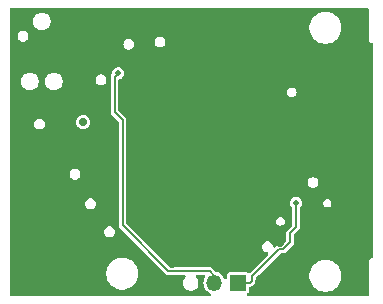
<source format=gbr>
%TF.GenerationSoftware,KiCad,Pcbnew,8.0.3*%
%TF.CreationDate,2024-07-28T18:35:34+02:00*%
%TF.ProjectId,BLESEN,424c4553-454e-42e6-9b69-6361645f7063,rev?*%
%TF.SameCoordinates,Original*%
%TF.FileFunction,Copper,L3,Inr*%
%TF.FilePolarity,Positive*%
%FSLAX46Y46*%
G04 Gerber Fmt 4.6, Leading zero omitted, Abs format (unit mm)*
G04 Created by KiCad (PCBNEW 8.0.3) date 2024-07-28 18:35:34*
%MOMM*%
%LPD*%
G01*
G04 APERTURE LIST*
%TA.AperFunction,ComponentPad*%
%ADD10R,1.350000X1.350000*%
%TD*%
%TA.AperFunction,ComponentPad*%
%ADD11O,1.350000X1.350000*%
%TD*%
%TA.AperFunction,ComponentPad*%
%ADD12R,0.500000X0.900000*%
%TD*%
%TA.AperFunction,ViaPad*%
%ADD13C,0.700000*%
%TD*%
%TA.AperFunction,ViaPad*%
%ADD14C,0.500000*%
%TD*%
%TA.AperFunction,Conductor*%
%ADD15C,0.150000*%
%TD*%
G04 APERTURE END LIST*
D10*
%TO.N,/UART_TX*%
%TO.C,J3*%
X147600000Y-100600000D03*
D11*
%TO.N,/UART_RX*%
X145600000Y-100600000D03*
%TO.N,GND*%
X141600000Y-100600000D03*
%TD*%
D12*
%TO.N,GND*%
%TO.C,AE1*%
X158820000Y-82800000D03*
%TD*%
D13*
%TO.N,+3.3V*%
X134500000Y-87000000D03*
%TO.N,GND*%
X148875000Y-90325000D03*
D14*
X145200000Y-89800000D03*
D13*
X140160000Y-96600000D03*
X158000000Y-79000000D03*
D14*
X141963000Y-86719400D03*
X145200000Y-87600000D03*
D13*
X129400000Y-96000000D03*
X135600000Y-91800000D03*
X130200000Y-93000000D03*
D14*
X146413000Y-91169400D03*
D13*
X158000000Y-93000000D03*
X146800000Y-99200000D03*
X149375000Y-100500000D03*
D14*
X148975000Y-83675000D03*
D13*
X158000000Y-81000000D03*
X158300000Y-86075000D03*
X158000000Y-78000000D03*
X158000000Y-83000000D03*
X131000000Y-101000000D03*
X134600000Y-82600000D03*
D14*
X143200000Y-89800000D03*
D13*
X155500000Y-83650000D03*
X152700000Y-96800000D03*
X129800000Y-85600000D03*
X132775000Y-96900000D03*
X129800000Y-88400000D03*
X158000000Y-89000000D03*
X142000000Y-99000000D03*
X158000000Y-101000000D03*
X144400000Y-96750000D03*
X139200000Y-84050000D03*
X139200000Y-83100000D03*
X139250000Y-94750000D03*
X139800000Y-99600000D03*
X153250000Y-98650000D03*
D14*
X152950000Y-81425000D03*
D13*
X138550000Y-88180000D03*
X148600000Y-96400000D03*
X158000000Y-99000000D03*
X135000000Y-101000000D03*
X140400000Y-79000000D03*
D14*
X146363000Y-88869400D03*
D13*
X135200000Y-78000000D03*
X158000000Y-91000000D03*
X153820000Y-85920000D03*
D14*
X149400000Y-86750000D03*
D13*
X158000000Y-94000000D03*
X136200000Y-85400000D03*
X133000000Y-78000000D03*
X158000000Y-87000000D03*
X138800000Y-78000000D03*
X153000000Y-79100000D03*
X132375000Y-94050000D03*
X150175000Y-80025000D03*
X157000000Y-101000000D03*
D14*
X146313000Y-86719400D03*
D13*
X158000000Y-98000000D03*
X142000000Y-78000000D03*
X154875000Y-98175000D03*
X158000000Y-100000000D03*
X151200000Y-97200000D03*
X158000000Y-84000000D03*
X136000000Y-80200000D03*
D14*
X144063000Y-91119400D03*
D13*
X158000000Y-82000000D03*
D14*
X152875000Y-92875000D03*
D13*
X148125000Y-78575000D03*
X153000000Y-83000000D03*
X144400000Y-98600000D03*
X146550000Y-80100000D03*
D14*
X153575000Y-94500000D03*
D13*
X147940000Y-95090000D03*
X158000000Y-92000000D03*
X158000000Y-95000000D03*
X129800000Y-90600000D03*
D14*
X141913000Y-88919400D03*
D13*
X157000000Y-78000000D03*
X153450000Y-90050000D03*
X158000000Y-90000000D03*
X158000000Y-88000000D03*
X129400000Y-99200000D03*
D14*
X141963000Y-91169400D03*
D13*
X158000000Y-80000000D03*
X145000000Y-78000000D03*
D14*
X144113000Y-86719400D03*
D13*
X158000000Y-97000000D03*
X155025000Y-81800000D03*
D14*
X143200000Y-87600000D03*
D13*
X129000000Y-78000000D03*
X146925000Y-82325000D03*
X137000000Y-79000000D03*
X158000000Y-96000000D03*
X152000000Y-91000000D03*
X151000000Y-78000000D03*
X140413000Y-94569400D03*
D14*
X150800000Y-84500000D03*
X151600000Y-83400000D03*
X156425000Y-80725000D03*
%TO.N,/UART_TX*%
X152525000Y-93825000D03*
%TO.N,/UART_RX*%
X137450000Y-82850000D03*
%TD*%
D15*
%TO.N,/UART_TX*%
X148800000Y-100000000D02*
X148800000Y-100400000D01*
X148800000Y-100400000D02*
X148600000Y-100600000D01*
X151048000Y-97752000D02*
X148800000Y-100000000D01*
X151428646Y-97752000D02*
X151048000Y-97752000D01*
X152000000Y-97180646D02*
X151428646Y-97752000D01*
X152525000Y-93825000D02*
X152525000Y-95875000D01*
X152000000Y-96400000D02*
X152000000Y-97180646D01*
X152525000Y-95875000D02*
X152000000Y-96400000D01*
X148600000Y-100600000D02*
X147600000Y-100600000D01*
%TO.N,/UART_RX*%
X137150000Y-83150000D02*
X137150000Y-86150000D01*
X137150000Y-86150000D02*
X137825000Y-86825000D01*
X137450000Y-82850000D02*
X137150000Y-83150000D01*
X145200000Y-99600000D02*
X145600000Y-100000000D01*
X137825000Y-86825000D02*
X137825000Y-95725000D01*
X137825000Y-95725000D02*
X141700000Y-99600000D01*
X145600000Y-100000000D02*
X145600000Y-100600000D01*
X141700000Y-99600000D02*
X145200000Y-99600000D01*
%TD*%
%TA.AperFunction,Conductor*%
%TO.N,GND*%
G36*
X158642539Y-77320185D02*
G01*
X158688294Y-77372989D01*
X158699500Y-77424500D01*
X158699500Y-78960438D01*
X158699500Y-80039562D01*
X158707827Y-80070637D01*
X158719979Y-80115990D01*
X158719982Y-80115995D01*
X158759535Y-80184504D01*
X158759539Y-80184509D01*
X158759540Y-80184511D01*
X158815489Y-80240460D01*
X158815491Y-80240461D01*
X158815495Y-80240464D01*
X158867757Y-80270637D01*
X158884011Y-80280021D01*
X158960438Y-80300500D01*
X158960441Y-80300500D01*
X158962185Y-80300730D01*
X158963547Y-80301332D01*
X158968288Y-80302603D01*
X158968089Y-80303342D01*
X159026082Y-80328997D01*
X159064553Y-80387321D01*
X159070000Y-80423669D01*
X159070000Y-95769314D01*
X159069992Y-95770707D01*
X159040625Y-98384256D01*
X159020189Y-98451070D01*
X158966874Y-98496229D01*
X158948728Y-98502637D01*
X158884015Y-98519977D01*
X158884004Y-98519982D01*
X158815495Y-98559535D01*
X158815487Y-98559541D01*
X158759541Y-98615487D01*
X158759535Y-98615495D01*
X158719982Y-98684004D01*
X158719979Y-98684009D01*
X158706326Y-98734962D01*
X158703708Y-98744736D01*
X158699500Y-98760439D01*
X158699500Y-101575500D01*
X158679815Y-101642539D01*
X158627011Y-101688294D01*
X158575500Y-101699500D01*
X148499353Y-101699500D01*
X148432314Y-101679815D01*
X148386559Y-101627011D01*
X148376615Y-101557853D01*
X148405640Y-101494297D01*
X148430462Y-101472398D01*
X148455601Y-101455601D01*
X148510966Y-101372740D01*
X148525500Y-101299674D01*
X148525500Y-101049500D01*
X148545185Y-100982461D01*
X148597989Y-100936706D01*
X148635066Y-100928639D01*
X148634793Y-100926561D01*
X148642844Y-100925500D01*
X148642853Y-100925500D01*
X148725639Y-100903318D01*
X148799862Y-100860465D01*
X148999860Y-100660466D01*
X148999862Y-100660465D01*
X149060465Y-100599862D01*
X149100850Y-100529913D01*
X149103318Y-100525639D01*
X149125501Y-100442853D01*
X149125501Y-100357147D01*
X149125501Y-100349552D01*
X149125500Y-100349534D01*
X149125500Y-100186189D01*
X149145185Y-100119150D01*
X149161819Y-100098508D01*
X149366928Y-99893399D01*
X153645500Y-99893399D01*
X153645500Y-100106601D01*
X153649971Y-100134827D01*
X153678853Y-100317180D01*
X153678853Y-100317183D01*
X153744734Y-100519944D01*
X153744736Y-100519947D01*
X153841528Y-100709913D01*
X153966846Y-100882397D01*
X154117603Y-101033154D01*
X154290087Y-101158472D01*
X154480053Y-101255264D01*
X154480055Y-101255265D01*
X154616746Y-101299678D01*
X154682821Y-101321147D01*
X154893399Y-101354500D01*
X154893400Y-101354500D01*
X155106600Y-101354500D01*
X155106601Y-101354500D01*
X155317179Y-101321147D01*
X155317182Y-101321146D01*
X155317183Y-101321146D01*
X155519944Y-101255265D01*
X155519944Y-101255264D01*
X155519947Y-101255264D01*
X155709913Y-101158472D01*
X155882397Y-101033154D01*
X156033154Y-100882397D01*
X156158472Y-100709913D01*
X156255264Y-100519947D01*
X156280314Y-100442851D01*
X156321146Y-100317183D01*
X156321146Y-100317182D01*
X156321147Y-100317179D01*
X156354500Y-100106601D01*
X156354500Y-99893399D01*
X156321147Y-99682821D01*
X156321146Y-99682817D01*
X156321146Y-99682816D01*
X156255265Y-99480055D01*
X156255263Y-99480052D01*
X156183668Y-99339537D01*
X156158472Y-99290087D01*
X156033154Y-99117603D01*
X155882397Y-98966846D01*
X155709913Y-98841528D01*
X155519947Y-98744736D01*
X155519944Y-98744734D01*
X155317181Y-98678853D01*
X155176793Y-98656617D01*
X155106601Y-98645500D01*
X154893399Y-98645500D01*
X154823206Y-98656617D01*
X154682819Y-98678853D01*
X154682816Y-98678853D01*
X154480055Y-98744734D01*
X154480052Y-98744736D01*
X154290086Y-98841528D01*
X154117601Y-98966847D01*
X153966847Y-99117601D01*
X153841528Y-99290086D01*
X153744736Y-99480052D01*
X153744734Y-99480055D01*
X153678853Y-99682816D01*
X153678853Y-99682819D01*
X153653342Y-99843890D01*
X153645500Y-99893399D01*
X149366928Y-99893399D01*
X151146508Y-98113819D01*
X151207831Y-98080334D01*
X151234189Y-98077500D01*
X151471497Y-98077500D01*
X151471499Y-98077500D01*
X151554285Y-98055318D01*
X151628508Y-98012465D01*
X152189655Y-97451315D01*
X152189660Y-97451312D01*
X152199860Y-97441111D01*
X152199862Y-97441111D01*
X152260465Y-97380508D01*
X152303318Y-97306284D01*
X152304531Y-97301757D01*
X152304533Y-97301757D01*
X152304533Y-97301745D01*
X152325501Y-97223498D01*
X152325501Y-97137793D01*
X152325501Y-97130198D01*
X152325500Y-97130180D01*
X152325500Y-96586189D01*
X152345185Y-96519150D01*
X152361819Y-96498508D01*
X152503180Y-96357147D01*
X152785465Y-96074862D01*
X152828318Y-96000639D01*
X152850500Y-95917853D01*
X152850500Y-95832147D01*
X152850500Y-94259887D01*
X152870185Y-94192848D01*
X152880782Y-94178689D01*
X152950377Y-94098373D01*
X153010165Y-93967457D01*
X153027053Y-93849997D01*
X154791081Y-93849997D01*
X154791081Y-93850002D01*
X154808646Y-93960909D01*
X154859626Y-94060965D01*
X154939034Y-94140373D01*
X155039090Y-94191353D01*
X155149998Y-94208919D01*
X155150000Y-94208919D01*
X155150002Y-94208919D01*
X155260909Y-94191353D01*
X155260910Y-94191352D01*
X155260912Y-94191352D01*
X155360967Y-94140372D01*
X155440372Y-94060967D01*
X155491352Y-93960912D01*
X155491352Y-93960910D01*
X155491353Y-93960909D01*
X155508919Y-93850002D01*
X155508919Y-93849997D01*
X155491353Y-93739090D01*
X155440373Y-93639034D01*
X155360965Y-93559626D01*
X155260909Y-93508646D01*
X155150002Y-93491081D01*
X155149998Y-93491081D01*
X155039090Y-93508646D01*
X154939034Y-93559626D01*
X154859626Y-93639034D01*
X154808646Y-93739090D01*
X154791081Y-93849997D01*
X153027053Y-93849997D01*
X153030647Y-93825000D01*
X153010165Y-93682543D01*
X152950377Y-93551627D01*
X152856128Y-93442857D01*
X152735053Y-93365047D01*
X152735051Y-93365046D01*
X152735049Y-93365045D01*
X152735050Y-93365045D01*
X152596963Y-93324500D01*
X152596961Y-93324500D01*
X152453039Y-93324500D01*
X152453036Y-93324500D01*
X152314949Y-93365045D01*
X152193873Y-93442856D01*
X152099623Y-93551626D01*
X152099622Y-93551628D01*
X152039834Y-93682543D01*
X152019353Y-93825000D01*
X152039834Y-93967456D01*
X152082539Y-94060965D01*
X152099623Y-94098373D01*
X152169213Y-94178685D01*
X152198238Y-94242240D01*
X152199500Y-94259887D01*
X152199500Y-95688811D01*
X152179815Y-95755850D01*
X152163181Y-95776492D01*
X151739537Y-96200135D01*
X151739533Y-96200141D01*
X151696681Y-96274361D01*
X151696682Y-96274362D01*
X151674500Y-96357147D01*
X151674500Y-96994457D01*
X151654815Y-97061496D01*
X151638181Y-97082138D01*
X151330138Y-97390181D01*
X151268815Y-97423666D01*
X151242457Y-97426500D01*
X151005147Y-97426500D01*
X150922359Y-97448682D01*
X150848138Y-97491534D01*
X150763313Y-97576360D01*
X150701989Y-97609844D01*
X150632298Y-97604860D01*
X150576364Y-97562988D01*
X150552894Y-97506325D01*
X150550767Y-97491534D01*
X150540574Y-97420636D01*
X150540573Y-97420632D01*
X150505600Y-97344054D01*
X150486282Y-97301752D01*
X150400695Y-97202979D01*
X150290748Y-97132321D01*
X150290746Y-97132320D01*
X150290744Y-97132319D01*
X150165348Y-97095500D01*
X150165347Y-97095500D01*
X150034653Y-97095500D01*
X150034652Y-97095500D01*
X149909255Y-97132319D01*
X149799306Y-97202978D01*
X149713719Y-97301750D01*
X149713717Y-97301753D01*
X149659426Y-97420632D01*
X149659425Y-97420637D01*
X149640826Y-97550000D01*
X149659425Y-97679362D01*
X149659426Y-97679367D01*
X149713717Y-97798246D01*
X149713718Y-97798248D01*
X149799305Y-97897021D01*
X149909252Y-97967679D01*
X149909254Y-97967679D01*
X149909255Y-97967680D01*
X150034652Y-98004500D01*
X150035811Y-98004500D01*
X150036922Y-98004826D01*
X150043430Y-98005762D01*
X150043295Y-98006697D01*
X150102850Y-98024185D01*
X150148605Y-98076989D01*
X150158549Y-98146147D01*
X150129524Y-98209703D01*
X150123492Y-98216181D01*
X148611286Y-99728385D01*
X148549963Y-99761870D01*
X148480271Y-99756886D01*
X148454715Y-99743807D01*
X148372739Y-99689033D01*
X148372735Y-99689032D01*
X148299677Y-99674500D01*
X148299674Y-99674500D01*
X146900326Y-99674500D01*
X146900323Y-99674500D01*
X146827264Y-99689032D01*
X146827260Y-99689033D01*
X146744399Y-99744399D01*
X146689033Y-99827260D01*
X146689032Y-99827264D01*
X146674500Y-99900321D01*
X146674500Y-100147312D01*
X146654815Y-100214351D01*
X146602011Y-100260106D01*
X146532853Y-100270050D01*
X146469297Y-100241025D01*
X146443113Y-100209312D01*
X146361033Y-100067147D01*
X146352870Y-100053008D01*
X146222697Y-99908435D01*
X146222694Y-99908433D01*
X146222693Y-99908432D01*
X146222692Y-99908431D01*
X146133859Y-99843890D01*
X146065297Y-99794076D01*
X145887571Y-99714949D01*
X145780889Y-99692272D01*
X145719407Y-99659079D01*
X145718990Y-99658663D01*
X145399864Y-99339537D01*
X145399862Y-99339535D01*
X145362750Y-99318108D01*
X145325640Y-99296682D01*
X145284246Y-99285591D01*
X145242853Y-99274500D01*
X145242852Y-99274500D01*
X141886188Y-99274500D01*
X141819149Y-99254815D01*
X141798507Y-99238181D01*
X138186819Y-95626492D01*
X138153334Y-95565169D01*
X138150500Y-95538811D01*
X138150500Y-95399997D01*
X150841081Y-95399997D01*
X150841081Y-95400002D01*
X150858646Y-95510909D01*
X150909626Y-95610965D01*
X150989034Y-95690373D01*
X151089090Y-95741353D01*
X151199998Y-95758919D01*
X151200000Y-95758919D01*
X151200002Y-95758919D01*
X151310909Y-95741353D01*
X151310910Y-95741352D01*
X151310912Y-95741352D01*
X151410967Y-95690372D01*
X151490372Y-95610967D01*
X151541352Y-95510912D01*
X151541352Y-95510910D01*
X151541353Y-95510909D01*
X151558919Y-95400002D01*
X151558919Y-95399997D01*
X151541353Y-95289090D01*
X151490373Y-95189034D01*
X151410965Y-95109626D01*
X151310909Y-95058646D01*
X151200002Y-95041081D01*
X151199998Y-95041081D01*
X151089090Y-95058646D01*
X150989034Y-95109626D01*
X150909626Y-95189034D01*
X150858646Y-95289090D01*
X150841081Y-95399997D01*
X138150500Y-95399997D01*
X138150500Y-92100000D01*
X153490826Y-92100000D01*
X153509425Y-92229362D01*
X153509426Y-92229367D01*
X153563717Y-92348246D01*
X153563718Y-92348248D01*
X153649305Y-92447021D01*
X153759252Y-92517679D01*
X153759254Y-92517679D01*
X153759255Y-92517680D01*
X153884652Y-92554500D01*
X153884653Y-92554500D01*
X154015347Y-92554500D01*
X154140748Y-92517679D01*
X154250695Y-92447021D01*
X154336282Y-92348248D01*
X154390574Y-92229364D01*
X154409174Y-92100000D01*
X154390574Y-91970636D01*
X154390573Y-91970635D01*
X154390573Y-91970632D01*
X154336282Y-91851753D01*
X154336282Y-91851752D01*
X154250695Y-91752979D01*
X154140748Y-91682321D01*
X154140746Y-91682320D01*
X154140744Y-91682319D01*
X154015348Y-91645500D01*
X154015347Y-91645500D01*
X153884653Y-91645500D01*
X153884652Y-91645500D01*
X153759255Y-91682319D01*
X153649306Y-91752978D01*
X153563719Y-91851750D01*
X153563717Y-91851753D01*
X153509426Y-91970632D01*
X153509425Y-91970637D01*
X153490826Y-92100000D01*
X138150500Y-92100000D01*
X138150500Y-86782149D01*
X138150500Y-86782147D01*
X138128318Y-86699362D01*
X138128318Y-86699361D01*
X138085465Y-86625138D01*
X137511819Y-86051492D01*
X137478334Y-85990169D01*
X137475500Y-85963811D01*
X137475500Y-84449996D01*
X151740458Y-84449996D01*
X151740458Y-84450003D01*
X151760500Y-84576551D01*
X151760501Y-84576554D01*
X151760502Y-84576555D01*
X151818674Y-84690723D01*
X151818676Y-84690725D01*
X151818678Y-84690728D01*
X151909271Y-84781321D01*
X151909273Y-84781322D01*
X151909277Y-84781326D01*
X152023445Y-84839498D01*
X152023446Y-84839498D01*
X152023448Y-84839499D01*
X152149997Y-84859542D01*
X152150000Y-84859542D01*
X152150003Y-84859542D01*
X152276551Y-84839499D01*
X152276552Y-84839498D01*
X152276555Y-84839498D01*
X152390723Y-84781326D01*
X152481326Y-84690723D01*
X152539498Y-84576555D01*
X152559542Y-84450000D01*
X152559542Y-84449996D01*
X152539499Y-84323448D01*
X152539498Y-84323446D01*
X152539498Y-84323445D01*
X152481326Y-84209277D01*
X152481322Y-84209273D01*
X152481321Y-84209271D01*
X152390728Y-84118678D01*
X152390725Y-84118676D01*
X152390723Y-84118674D01*
X152276555Y-84060502D01*
X152276554Y-84060501D01*
X152276551Y-84060500D01*
X152150003Y-84040458D01*
X152149997Y-84040458D01*
X152023448Y-84060500D01*
X151967493Y-84089011D01*
X151909277Y-84118674D01*
X151909276Y-84118675D01*
X151909271Y-84118678D01*
X151818678Y-84209271D01*
X151818675Y-84209276D01*
X151760500Y-84323448D01*
X151740458Y-84449996D01*
X137475500Y-84449996D01*
X137475500Y-83456967D01*
X137495185Y-83389928D01*
X137547989Y-83344173D01*
X137564555Y-83337993D01*
X137660053Y-83309953D01*
X137781128Y-83232143D01*
X137875377Y-83123373D01*
X137935165Y-82992457D01*
X137955647Y-82850000D01*
X137935165Y-82707543D01*
X137875377Y-82576627D01*
X137781128Y-82467857D01*
X137660053Y-82390047D01*
X137660051Y-82390046D01*
X137660049Y-82390045D01*
X137660050Y-82390045D01*
X137521963Y-82349500D01*
X137521961Y-82349500D01*
X137378039Y-82349500D01*
X137378036Y-82349500D01*
X137239949Y-82390045D01*
X137118873Y-82467856D01*
X137024623Y-82576626D01*
X137024622Y-82576628D01*
X136964834Y-82707543D01*
X136943091Y-82858778D01*
X136940125Y-82858351D01*
X136924668Y-82910995D01*
X136908036Y-82931635D01*
X136889536Y-82950135D01*
X136846681Y-83024361D01*
X136846682Y-83024362D01*
X136824500Y-83107147D01*
X136824500Y-86192852D01*
X136846682Y-86275640D01*
X136868108Y-86312750D01*
X136889535Y-86349862D01*
X136889537Y-86349864D01*
X137463181Y-86923508D01*
X137496666Y-86984831D01*
X137499500Y-87011189D01*
X137499500Y-95682147D01*
X137499500Y-95767853D01*
X137500265Y-95770707D01*
X137521682Y-95850640D01*
X137543108Y-95887750D01*
X137564535Y-95924862D01*
X137564536Y-95924863D01*
X137564537Y-95924864D01*
X141435194Y-99795520D01*
X141435204Y-99795531D01*
X141439534Y-99799861D01*
X141439535Y-99799862D01*
X141500138Y-99860465D01*
X141557182Y-99893399D01*
X141574362Y-99903318D01*
X141657148Y-99925501D01*
X141657150Y-99925501D01*
X141750449Y-99925501D01*
X141750465Y-99925500D01*
X143049534Y-99925500D01*
X143116573Y-99945185D01*
X143162328Y-99997989D01*
X143172272Y-100067147D01*
X143143247Y-100130703D01*
X143137215Y-100137181D01*
X143091619Y-100182776D01*
X143091616Y-100182780D01*
X143019987Y-100289980D01*
X143019986Y-100289982D01*
X142970652Y-100409087D01*
X142970649Y-100409096D01*
X142945500Y-100535532D01*
X142945500Y-100664467D01*
X142970649Y-100790903D01*
X142970652Y-100790912D01*
X143019986Y-100910017D01*
X143019987Y-100910019D01*
X143091616Y-101017219D01*
X143091619Y-101017223D01*
X143182776Y-101108380D01*
X143182780Y-101108383D01*
X143289978Y-101180011D01*
X143289979Y-101180011D01*
X143289980Y-101180012D01*
X143289982Y-101180013D01*
X143369385Y-101212902D01*
X143409089Y-101229348D01*
X143409091Y-101229348D01*
X143409096Y-101229350D01*
X143535532Y-101254499D01*
X143535536Y-101254500D01*
X143535537Y-101254500D01*
X143664464Y-101254500D01*
X143664465Y-101254499D01*
X143706612Y-101246116D01*
X143790903Y-101229350D01*
X143790906Y-101229348D01*
X143790911Y-101229348D01*
X143910022Y-101180011D01*
X144017220Y-101108383D01*
X144108383Y-101017220D01*
X144180011Y-100910022D01*
X144229348Y-100790911D01*
X144254500Y-100664463D01*
X144254500Y-100535537D01*
X144251398Y-100519944D01*
X144229350Y-100409096D01*
X144229347Y-100409087D01*
X144180013Y-100289982D01*
X144180012Y-100289980D01*
X144108383Y-100182780D01*
X144108380Y-100182776D01*
X144062785Y-100137181D01*
X144029300Y-100075858D01*
X144034284Y-100006166D01*
X144076156Y-99950233D01*
X144141620Y-99925816D01*
X144150466Y-99925500D01*
X144705972Y-99925500D01*
X144773011Y-99945185D01*
X144818766Y-99997989D01*
X144828710Y-100067147D01*
X144813359Y-100111500D01*
X144749857Y-100221488D01*
X144749856Y-100221489D01*
X144689738Y-100406516D01*
X144669402Y-100600000D01*
X144689738Y-100793483D01*
X144749856Y-100978510D01*
X144749857Y-100978511D01*
X144824837Y-101108380D01*
X144847130Y-101146992D01*
X144892476Y-101197354D01*
X144977302Y-101291564D01*
X144977305Y-101291566D01*
X144977308Y-101291569D01*
X145018019Y-101321147D01*
X145134702Y-101405923D01*
X145217501Y-101442786D01*
X145261150Y-101462220D01*
X145314387Y-101507470D01*
X145334709Y-101574319D01*
X145315664Y-101641543D01*
X145263299Y-101687799D01*
X145210715Y-101699500D01*
X128424500Y-101699500D01*
X128357461Y-101679815D01*
X128311706Y-101627011D01*
X128300500Y-101575500D01*
X128300500Y-99713399D01*
X136445500Y-99713399D01*
X136445500Y-99926601D01*
X136449243Y-99950233D01*
X136478853Y-100137180D01*
X136478853Y-100137181D01*
X136544734Y-100339944D01*
X136544736Y-100339947D01*
X136641528Y-100529913D01*
X136766846Y-100702397D01*
X136917603Y-100853154D01*
X137090087Y-100978472D01*
X137280053Y-101075264D01*
X137280055Y-101075265D01*
X137381974Y-101108380D01*
X137482821Y-101141147D01*
X137693399Y-101174500D01*
X137693400Y-101174500D01*
X137906600Y-101174500D01*
X137906601Y-101174500D01*
X138117179Y-101141147D01*
X138117182Y-101141146D01*
X138117183Y-101141146D01*
X138319944Y-101075265D01*
X138319944Y-101075264D01*
X138319947Y-101075264D01*
X138509913Y-100978472D01*
X138682397Y-100853154D01*
X138833154Y-100702397D01*
X138958472Y-100529913D01*
X139055264Y-100339947D01*
X139055265Y-100339944D01*
X139121147Y-100137181D01*
X139121146Y-100137180D01*
X139121147Y-100137179D01*
X139154500Y-99926601D01*
X139154500Y-99713399D01*
X139121147Y-99502821D01*
X139121146Y-99502817D01*
X139121146Y-99502816D01*
X139055265Y-99300055D01*
X139055263Y-99300052D01*
X139050186Y-99290086D01*
X138958472Y-99110087D01*
X138833154Y-98937603D01*
X138682397Y-98786846D01*
X138509913Y-98661528D01*
X138319947Y-98564736D01*
X138319944Y-98564734D01*
X138117181Y-98498853D01*
X137976793Y-98476617D01*
X137906601Y-98465500D01*
X137693399Y-98465500D01*
X137623206Y-98476617D01*
X137482819Y-98498853D01*
X137482816Y-98498853D01*
X137280055Y-98564734D01*
X137280052Y-98564736D01*
X137090086Y-98661528D01*
X136917601Y-98786847D01*
X136766847Y-98937601D01*
X136641528Y-99110086D01*
X136544736Y-99300052D01*
X136544734Y-99300055D01*
X136478853Y-99502816D01*
X136478853Y-99502819D01*
X136450343Y-99682821D01*
X136445500Y-99713399D01*
X128300500Y-99713399D01*
X128300500Y-96275000D01*
X136265826Y-96275000D01*
X136284425Y-96404362D01*
X136284426Y-96404367D01*
X136338717Y-96523246D01*
X136338718Y-96523248D01*
X136424305Y-96622021D01*
X136534252Y-96692679D01*
X136534254Y-96692679D01*
X136534255Y-96692680D01*
X136659652Y-96729500D01*
X136659653Y-96729500D01*
X136790347Y-96729500D01*
X136915748Y-96692679D01*
X137025695Y-96622021D01*
X137111282Y-96523248D01*
X137165574Y-96404364D01*
X137184174Y-96275000D01*
X137165574Y-96145636D01*
X137165573Y-96145635D01*
X137165573Y-96145632D01*
X137111282Y-96026753D01*
X137111282Y-96026752D01*
X137025695Y-95927979D01*
X136915748Y-95857321D01*
X136915746Y-95857320D01*
X136915744Y-95857319D01*
X136790348Y-95820500D01*
X136790347Y-95820500D01*
X136659653Y-95820500D01*
X136659652Y-95820500D01*
X136534255Y-95857319D01*
X136424306Y-95927978D01*
X136338719Y-96026750D01*
X136338717Y-96026753D01*
X136284426Y-96145632D01*
X136284425Y-96145637D01*
X136265826Y-96275000D01*
X128300500Y-96275000D01*
X128300500Y-93900000D01*
X134640826Y-93900000D01*
X134659425Y-94029362D01*
X134659426Y-94029367D01*
X134713717Y-94148246D01*
X134713718Y-94148248D01*
X134799305Y-94247021D01*
X134909252Y-94317679D01*
X134909254Y-94317679D01*
X134909255Y-94317680D01*
X135034652Y-94354500D01*
X135034653Y-94354500D01*
X135165347Y-94354500D01*
X135290748Y-94317679D01*
X135400695Y-94247021D01*
X135486282Y-94148248D01*
X135540574Y-94029364D01*
X135559174Y-93900000D01*
X135540574Y-93770636D01*
X135540573Y-93770635D01*
X135540573Y-93770632D01*
X135486282Y-93651753D01*
X135486282Y-93651752D01*
X135400695Y-93552979D01*
X135290748Y-93482321D01*
X135290746Y-93482320D01*
X135290744Y-93482319D01*
X135165348Y-93445500D01*
X135165347Y-93445500D01*
X135034653Y-93445500D01*
X135034652Y-93445500D01*
X134909255Y-93482319D01*
X134799306Y-93552978D01*
X134713719Y-93651750D01*
X134713717Y-93651753D01*
X134659426Y-93770632D01*
X134659425Y-93770637D01*
X134640826Y-93900000D01*
X128300500Y-93900000D01*
X128300500Y-91400000D01*
X133340826Y-91400000D01*
X133359425Y-91529362D01*
X133359426Y-91529367D01*
X133412463Y-91645500D01*
X133413718Y-91648248D01*
X133499305Y-91747021D01*
X133609252Y-91817679D01*
X133609254Y-91817679D01*
X133609255Y-91817680D01*
X133734652Y-91854500D01*
X133734653Y-91854500D01*
X133865347Y-91854500D01*
X133990748Y-91817679D01*
X134100695Y-91747021D01*
X134186282Y-91648248D01*
X134240574Y-91529364D01*
X134259174Y-91400000D01*
X134240574Y-91270636D01*
X134240573Y-91270635D01*
X134240573Y-91270632D01*
X134186282Y-91151753D01*
X134186282Y-91151752D01*
X134100695Y-91052979D01*
X133990748Y-90982321D01*
X133990746Y-90982320D01*
X133990744Y-90982319D01*
X133865348Y-90945500D01*
X133865347Y-90945500D01*
X133734653Y-90945500D01*
X133734652Y-90945500D01*
X133609255Y-90982319D01*
X133499306Y-91052978D01*
X133413719Y-91151750D01*
X133413717Y-91151753D01*
X133359426Y-91270632D01*
X133359425Y-91270637D01*
X133340826Y-91400000D01*
X128300500Y-91400000D01*
X128300500Y-87150000D01*
X130340826Y-87150000D01*
X130359425Y-87279362D01*
X130359426Y-87279367D01*
X130413717Y-87398246D01*
X130413718Y-87398248D01*
X130499305Y-87497021D01*
X130609252Y-87567679D01*
X130609254Y-87567679D01*
X130609255Y-87567680D01*
X130734652Y-87604500D01*
X130734653Y-87604500D01*
X130865347Y-87604500D01*
X130990748Y-87567679D01*
X131100695Y-87497021D01*
X131186282Y-87398248D01*
X131229853Y-87302841D01*
X131240573Y-87279367D01*
X131240574Y-87279362D01*
X131259174Y-87150000D01*
X131240574Y-87020636D01*
X131240573Y-87020635D01*
X131240573Y-87020632D01*
X131231149Y-86999998D01*
X133894318Y-86999998D01*
X133894318Y-87000001D01*
X133914955Y-87156760D01*
X133914956Y-87156762D01*
X133975464Y-87302841D01*
X134071718Y-87428282D01*
X134197159Y-87524536D01*
X134343238Y-87585044D01*
X134421619Y-87595363D01*
X134499999Y-87605682D01*
X134500000Y-87605682D01*
X134500001Y-87605682D01*
X134552254Y-87598802D01*
X134656762Y-87585044D01*
X134802841Y-87524536D01*
X134928282Y-87428282D01*
X135024536Y-87302841D01*
X135085044Y-87156762D01*
X135105682Y-87000000D01*
X135085044Y-86843238D01*
X135024536Y-86697159D01*
X134928282Y-86571718D01*
X134802841Y-86475464D01*
X134656762Y-86414956D01*
X134656760Y-86414955D01*
X134500001Y-86394318D01*
X134499999Y-86394318D01*
X134343239Y-86414955D01*
X134343237Y-86414956D01*
X134197160Y-86475463D01*
X134071718Y-86571718D01*
X133975463Y-86697160D01*
X133914956Y-86843237D01*
X133914955Y-86843239D01*
X133894318Y-86999998D01*
X131231149Y-86999998D01*
X131205600Y-86944054D01*
X131186282Y-86901752D01*
X131100695Y-86802979D01*
X130990748Y-86732321D01*
X130990746Y-86732320D01*
X130990744Y-86732319D01*
X130865348Y-86695500D01*
X130865347Y-86695500D01*
X130734653Y-86695500D01*
X130734652Y-86695500D01*
X130609255Y-86732319D01*
X130499306Y-86802978D01*
X130413719Y-86901750D01*
X130413717Y-86901753D01*
X130359426Y-87020632D01*
X130359425Y-87020637D01*
X130340826Y-87150000D01*
X128300500Y-87150000D01*
X128300500Y-83466146D01*
X129234200Y-83466146D01*
X129234200Y-83613853D01*
X129263012Y-83758701D01*
X129263014Y-83758709D01*
X129319534Y-83895160D01*
X129319539Y-83895170D01*
X129401591Y-84017969D01*
X129401594Y-84017973D01*
X129506026Y-84122405D01*
X129506030Y-84122408D01*
X129628829Y-84204460D01*
X129628833Y-84204462D01*
X129628836Y-84204464D01*
X129765291Y-84260986D01*
X129910146Y-84289799D01*
X129910150Y-84289800D01*
X129910151Y-84289800D01*
X130057850Y-84289800D01*
X130057851Y-84289799D01*
X130202709Y-84260986D01*
X130339164Y-84204464D01*
X130461970Y-84122408D01*
X130566408Y-84017970D01*
X130648464Y-83895164D01*
X130704986Y-83758709D01*
X130733800Y-83613849D01*
X130733800Y-83466151D01*
X130733799Y-83466146D01*
X131266200Y-83466146D01*
X131266200Y-83613853D01*
X131295012Y-83758701D01*
X131295014Y-83758709D01*
X131351534Y-83895160D01*
X131351539Y-83895170D01*
X131433591Y-84017969D01*
X131433594Y-84017973D01*
X131538026Y-84122405D01*
X131538030Y-84122408D01*
X131660829Y-84204460D01*
X131660833Y-84204462D01*
X131660836Y-84204464D01*
X131797291Y-84260986D01*
X131942146Y-84289799D01*
X131942150Y-84289800D01*
X131942151Y-84289800D01*
X132089850Y-84289800D01*
X132089851Y-84289799D01*
X132234709Y-84260986D01*
X132371164Y-84204464D01*
X132493970Y-84122408D01*
X132598408Y-84017970D01*
X132680464Y-83895164D01*
X132736986Y-83758709D01*
X132765800Y-83613849D01*
X132765800Y-83466151D01*
X132752642Y-83400000D01*
X135540826Y-83400000D01*
X135559425Y-83529362D01*
X135559426Y-83529367D01*
X135598009Y-83613850D01*
X135613718Y-83648248D01*
X135699305Y-83747021D01*
X135809252Y-83817679D01*
X135809254Y-83817679D01*
X135809255Y-83817680D01*
X135934652Y-83854500D01*
X135934653Y-83854500D01*
X136065347Y-83854500D01*
X136190748Y-83817679D01*
X136300695Y-83747021D01*
X136386282Y-83648248D01*
X136440574Y-83529364D01*
X136459174Y-83400000D01*
X136440574Y-83270636D01*
X136440573Y-83270635D01*
X136440573Y-83270632D01*
X136386282Y-83151753D01*
X136386282Y-83151752D01*
X136300695Y-83052979D01*
X136190748Y-82982321D01*
X136190746Y-82982320D01*
X136190744Y-82982319D01*
X136065348Y-82945500D01*
X136065347Y-82945500D01*
X135934653Y-82945500D01*
X135934652Y-82945500D01*
X135809255Y-82982319D01*
X135699306Y-83052978D01*
X135613719Y-83151750D01*
X135613717Y-83151753D01*
X135559426Y-83270632D01*
X135559425Y-83270637D01*
X135540826Y-83400000D01*
X132752642Y-83400000D01*
X132736986Y-83321291D01*
X132680464Y-83184836D01*
X132680462Y-83184833D01*
X132680460Y-83184829D01*
X132598408Y-83062030D01*
X132598405Y-83062026D01*
X132493973Y-82957594D01*
X132493969Y-82957591D01*
X132371170Y-82875539D01*
X132371160Y-82875534D01*
X132234709Y-82819014D01*
X132234701Y-82819012D01*
X132089853Y-82790200D01*
X132089849Y-82790200D01*
X131942151Y-82790200D01*
X131942146Y-82790200D01*
X131797298Y-82819012D01*
X131797290Y-82819014D01*
X131660839Y-82875534D01*
X131660829Y-82875539D01*
X131538030Y-82957591D01*
X131538026Y-82957594D01*
X131433594Y-83062026D01*
X131433591Y-83062030D01*
X131351539Y-83184829D01*
X131351534Y-83184839D01*
X131295014Y-83321290D01*
X131295012Y-83321298D01*
X131266200Y-83466146D01*
X130733799Y-83466146D01*
X130704986Y-83321291D01*
X130648464Y-83184836D01*
X130648462Y-83184833D01*
X130648460Y-83184829D01*
X130566408Y-83062030D01*
X130566405Y-83062026D01*
X130461973Y-82957594D01*
X130461969Y-82957591D01*
X130339170Y-82875539D01*
X130339160Y-82875534D01*
X130202709Y-82819014D01*
X130202701Y-82819012D01*
X130057853Y-82790200D01*
X130057849Y-82790200D01*
X129910151Y-82790200D01*
X129910146Y-82790200D01*
X129765298Y-82819012D01*
X129765290Y-82819014D01*
X129628839Y-82875534D01*
X129628829Y-82875539D01*
X129506030Y-82957591D01*
X129506026Y-82957594D01*
X129401594Y-83062026D01*
X129401591Y-83062030D01*
X129319539Y-83184829D01*
X129319534Y-83184839D01*
X129263014Y-83321290D01*
X129263012Y-83321298D01*
X129234200Y-83466146D01*
X128300500Y-83466146D01*
X128300500Y-80400000D01*
X137890826Y-80400000D01*
X137909425Y-80529362D01*
X137909426Y-80529367D01*
X137949758Y-80617680D01*
X137963718Y-80648248D01*
X138049305Y-80747021D01*
X138159252Y-80817679D01*
X138159254Y-80817679D01*
X138159255Y-80817680D01*
X138284652Y-80854500D01*
X138284653Y-80854500D01*
X138415347Y-80854500D01*
X138540748Y-80817679D01*
X138650695Y-80747021D01*
X138736282Y-80648248D01*
X138774919Y-80563643D01*
X138790573Y-80529367D01*
X138790574Y-80529362D01*
X138809174Y-80400000D01*
X138790574Y-80270636D01*
X138790573Y-80270635D01*
X138790573Y-80270632D01*
X138758316Y-80200000D01*
X140540826Y-80200000D01*
X140559425Y-80329362D01*
X140559426Y-80329367D01*
X140602493Y-80423669D01*
X140613718Y-80448248D01*
X140699305Y-80547021D01*
X140809252Y-80617679D01*
X140809254Y-80617679D01*
X140809255Y-80617680D01*
X140934652Y-80654500D01*
X140934653Y-80654500D01*
X141065347Y-80654500D01*
X141190748Y-80617679D01*
X141300695Y-80547021D01*
X141386282Y-80448248D01*
X141440574Y-80329364D01*
X141459174Y-80200000D01*
X141440574Y-80070636D01*
X141440573Y-80070635D01*
X141440573Y-80070632D01*
X141400241Y-79982319D01*
X141386282Y-79951752D01*
X141300695Y-79852979D01*
X141190748Y-79782321D01*
X141190746Y-79782320D01*
X141190744Y-79782319D01*
X141065348Y-79745500D01*
X141065347Y-79745500D01*
X140934653Y-79745500D01*
X140934652Y-79745500D01*
X140809255Y-79782319D01*
X140699306Y-79852978D01*
X140613719Y-79951750D01*
X140613717Y-79951753D01*
X140559426Y-80070632D01*
X140559425Y-80070637D01*
X140540826Y-80200000D01*
X138758316Y-80200000D01*
X138736282Y-80151753D01*
X138736282Y-80151752D01*
X138650695Y-80052979D01*
X138540748Y-79982321D01*
X138540746Y-79982320D01*
X138540744Y-79982319D01*
X138415348Y-79945500D01*
X138415347Y-79945500D01*
X138284653Y-79945500D01*
X138284652Y-79945500D01*
X138159255Y-79982319D01*
X138049306Y-80052978D01*
X137963719Y-80151750D01*
X137963717Y-80151753D01*
X137909426Y-80270632D01*
X137909425Y-80270637D01*
X137890826Y-80400000D01*
X128300500Y-80400000D01*
X128300500Y-79730000D01*
X128940826Y-79730000D01*
X128959425Y-79859362D01*
X128959426Y-79859367D01*
X129001618Y-79951753D01*
X129013718Y-79978248D01*
X129099305Y-80077021D01*
X129209252Y-80147679D01*
X129209254Y-80147679D01*
X129209255Y-80147680D01*
X129334652Y-80184500D01*
X129334653Y-80184500D01*
X129465347Y-80184500D01*
X129590748Y-80147679D01*
X129700695Y-80077021D01*
X129786282Y-79978248D01*
X129840574Y-79859364D01*
X129859174Y-79730000D01*
X129840574Y-79600636D01*
X129840573Y-79600635D01*
X129840573Y-79600632D01*
X129803725Y-79519947D01*
X129786282Y-79481752D01*
X129700695Y-79382979D01*
X129590748Y-79312321D01*
X129590746Y-79312320D01*
X129590744Y-79312319D01*
X129465348Y-79275500D01*
X129465347Y-79275500D01*
X129334653Y-79275500D01*
X129334652Y-79275500D01*
X129209255Y-79312319D01*
X129099306Y-79382978D01*
X129013719Y-79481750D01*
X129013717Y-79481753D01*
X128959426Y-79600632D01*
X128959425Y-79600637D01*
X128940826Y-79730000D01*
X128300500Y-79730000D01*
X128300500Y-78386146D01*
X130250200Y-78386146D01*
X130250200Y-78533853D01*
X130279012Y-78678701D01*
X130279014Y-78678709D01*
X130335534Y-78815160D01*
X130335539Y-78815170D01*
X130417591Y-78937969D01*
X130417594Y-78937973D01*
X130522026Y-79042405D01*
X130522030Y-79042408D01*
X130644829Y-79124460D01*
X130644833Y-79124462D01*
X130644836Y-79124464D01*
X130781291Y-79180986D01*
X130926146Y-79209799D01*
X130926150Y-79209800D01*
X130926151Y-79209800D01*
X131073850Y-79209800D01*
X131073851Y-79209799D01*
X131218709Y-79180986D01*
X131355164Y-79124464D01*
X131477970Y-79042408D01*
X131582408Y-78937970D01*
X131612189Y-78893399D01*
X153645500Y-78893399D01*
X153645500Y-79106601D01*
X153657282Y-79180985D01*
X153678853Y-79317180D01*
X153678853Y-79317183D01*
X153744734Y-79519944D01*
X153744736Y-79519947D01*
X153841528Y-79709913D01*
X153966846Y-79882397D01*
X154117603Y-80033154D01*
X154290087Y-80158472D01*
X154480053Y-80255264D01*
X154480055Y-80255265D01*
X154669182Y-80316715D01*
X154682821Y-80321147D01*
X154893399Y-80354500D01*
X154893400Y-80354500D01*
X155106600Y-80354500D01*
X155106601Y-80354500D01*
X155317179Y-80321147D01*
X155317182Y-80321146D01*
X155317183Y-80321146D01*
X155519944Y-80255265D01*
X155519944Y-80255264D01*
X155519947Y-80255264D01*
X155709913Y-80158472D01*
X155882397Y-80033154D01*
X156033154Y-79882397D01*
X156158472Y-79709913D01*
X156255264Y-79519947D01*
X156267675Y-79481750D01*
X156321146Y-79317183D01*
X156321146Y-79317182D01*
X156321147Y-79317179D01*
X156354500Y-79106601D01*
X156354500Y-78893399D01*
X156321147Y-78682821D01*
X156321146Y-78682817D01*
X156321146Y-78682816D01*
X156255265Y-78480055D01*
X156255263Y-78480052D01*
X156207419Y-78386151D01*
X156158472Y-78290087D01*
X156033154Y-78117603D01*
X155882397Y-77966846D01*
X155709913Y-77841528D01*
X155519947Y-77744736D01*
X155519944Y-77744734D01*
X155317181Y-77678853D01*
X155176793Y-77656617D01*
X155106601Y-77645500D01*
X154893399Y-77645500D01*
X154823206Y-77656617D01*
X154682819Y-77678853D01*
X154682816Y-77678853D01*
X154480055Y-77744734D01*
X154480052Y-77744736D01*
X154290086Y-77841528D01*
X154117601Y-77966847D01*
X153966847Y-78117601D01*
X153841528Y-78290086D01*
X153744736Y-78480052D01*
X153744734Y-78480055D01*
X153678853Y-78682816D01*
X153678853Y-78682819D01*
X153645500Y-78893399D01*
X131612189Y-78893399D01*
X131664464Y-78815164D01*
X131720986Y-78678709D01*
X131749800Y-78533849D01*
X131749800Y-78386151D01*
X131720986Y-78241291D01*
X131664464Y-78104836D01*
X131664462Y-78104833D01*
X131664460Y-78104829D01*
X131582408Y-77982030D01*
X131582405Y-77982026D01*
X131477973Y-77877594D01*
X131477969Y-77877591D01*
X131355170Y-77795539D01*
X131355160Y-77795534D01*
X131218709Y-77739014D01*
X131218701Y-77739012D01*
X131073853Y-77710200D01*
X131073849Y-77710200D01*
X130926151Y-77710200D01*
X130926146Y-77710200D01*
X130781298Y-77739012D01*
X130781290Y-77739014D01*
X130644839Y-77795534D01*
X130644829Y-77795539D01*
X130522030Y-77877591D01*
X130522026Y-77877594D01*
X130417594Y-77982026D01*
X130417591Y-77982030D01*
X130335539Y-78104829D01*
X130335534Y-78104839D01*
X130279014Y-78241290D01*
X130279012Y-78241298D01*
X130250200Y-78386146D01*
X128300500Y-78386146D01*
X128300500Y-77424500D01*
X128320185Y-77357461D01*
X128372989Y-77311706D01*
X128424500Y-77300500D01*
X158575500Y-77300500D01*
X158642539Y-77320185D01*
G37*
%TD.AperFunction*%
%TD*%
M02*

</source>
